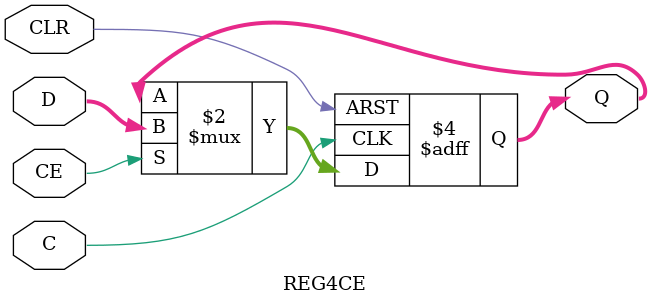
<source format=v>
`timescale 100 ps / 10 ps

module REG4CE(Q, C, CE, CLR, D);

   
   output [3:0]      Q;

   input 	      C;	
   input 	      CE;	
   input 	      CLR;	
   input  [3:0]      D;
   
   reg    [3:0]      Q;
   
   always @(posedge C or posedge CLR)
     begin
	if (CLR)
	  Q <= 4'b0000;
	else if (CE)
          Q <= D;
     end
   
   
endmodule
</source>
